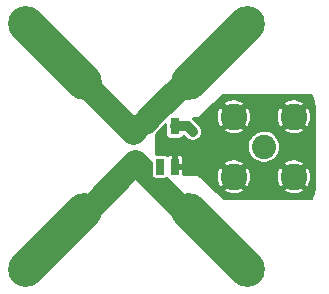
<source format=gbr>
G04 #@! TF.GenerationSoftware,KiCad,Pcbnew,(5.99.0-6591-gee6c8b60ac)*
G04 #@! TF.CreationDate,2020-11-10T06:43:54+01:00*
G04 #@! TF.ProjectId,QFHBAL01,51464842-414c-4303-912e-6b696361645f,rev?*
G04 #@! TF.SameCoordinates,Original*
G04 #@! TF.FileFunction,Copper,L2,Bot*
G04 #@! TF.FilePolarity,Positive*
%FSLAX46Y46*%
G04 Gerber Fmt 4.6, Leading zero omitted, Abs format (unit mm)*
G04 Created by KiCad (PCBNEW (5.99.0-6591-gee6c8b60ac)) date 2020-11-10 06:43:54*
%MOMM*%
%LPD*%
G01*
G04 APERTURE LIST*
G04 Aperture macros list*
%AMHorizOval*
0 Thick line with rounded ends*
0 $1 width*
0 $2 $3 position (X,Y) of the first rounded end (center of the circle)*
0 $4 $5 position (X,Y) of the second rounded end (center of the circle)*
0 Add line between two ends*
20,1,$1,$2,$3,$4,$5,0*
0 Add two circle primitives to create the rounded ends*
1,1,$1,$2,$3,0*
1,1,$1,$4,$5,0*%
G04 Aperture macros list end*
G04 #@! TA.AperFunction,ComponentPad*
%ADD10C,2.050000*%
G04 #@! TD*
G04 #@! TA.AperFunction,ComponentPad*
%ADD11C,2.250000*%
G04 #@! TD*
G04 #@! TA.AperFunction,ComponentPad*
%ADD12HorizOval,3.000000X-2.474874X2.474874X2.474874X-2.474874X0*%
G04 #@! TD*
G04 #@! TA.AperFunction,SMDPad,CuDef*
%ADD13R,0.760000X1.400000*%
G04 #@! TD*
G04 #@! TA.AperFunction,ComponentPad*
%ADD14HorizOval,3.000000X-2.474874X-2.474874X2.474874X2.474874X0*%
G04 #@! TD*
G04 #@! TA.AperFunction,ComponentPad*
%ADD15HorizOval,3.000000X2.474874X2.474874X-2.474874X-2.474874X0*%
G04 #@! TD*
G04 #@! TA.AperFunction,ViaPad*
%ADD16C,0.800000*%
G04 #@! TD*
G04 #@! TA.AperFunction,Conductor*
%ADD17C,2.100000*%
G04 #@! TD*
G04 #@! TA.AperFunction,Conductor*
%ADD18C,1.000000*%
G04 #@! TD*
G04 #@! TA.AperFunction,Conductor*
%ADD19C,0.861000*%
G04 #@! TD*
G04 APERTURE END LIST*
D10*
X160800000Y-89900000D03*
D11*
X163340000Y-87360000D03*
X163340000Y-92440000D03*
X158260000Y-87360000D03*
X158260000Y-92440000D03*
D12*
X143095837Y-81995837D03*
X156904163Y-97804163D03*
D13*
X150730000Y-88185000D03*
X153270000Y-88185000D03*
X153270000Y-91615000D03*
X152000000Y-91615000D03*
X150730000Y-91615000D03*
D14*
X143095837Y-97804163D03*
D15*
X156904163Y-81995837D03*
D16*
X156057600Y-92354400D03*
X156400000Y-91200000D03*
X160782000Y-87274400D03*
X155000000Y-91200000D03*
X163169600Y-89814400D03*
X160832800Y-92506800D03*
X155600400Y-87731600D03*
X151500000Y-87000000D03*
X149758400Y-88747600D03*
X160242000Y-79584800D03*
X141713200Y-81616800D03*
X142713200Y-82616800D03*
X143627600Y-81651600D03*
X142627600Y-80651600D03*
X148000000Y-87000000D03*
X157242000Y-82584800D03*
X155327600Y-82670400D03*
X141627600Y-79651600D03*
X140627600Y-78651600D03*
X139713200Y-79616800D03*
X158242000Y-81584800D03*
X159242000Y-80584800D03*
X144627600Y-82651600D03*
X159327600Y-78670400D03*
X156327600Y-81670400D03*
X158327600Y-79670400D03*
X157327600Y-80670400D03*
X156242000Y-83584800D03*
X143713200Y-83616800D03*
X140713200Y-80616800D03*
X143798800Y-96180400D03*
X157121600Y-97177600D03*
X140713200Y-101094800D03*
X159121600Y-99177600D03*
X141798800Y-98180400D03*
X158121600Y-98177600D03*
X142798800Y-97180400D03*
X140798800Y-99180400D03*
X148000000Y-93000000D03*
X156121600Y-96177600D03*
X157308800Y-99142800D03*
X141713200Y-100094800D03*
X156308800Y-98142800D03*
X149860000Y-92202000D03*
X155308800Y-97142800D03*
X158308800Y-100142800D03*
X160121600Y-100177600D03*
X142713200Y-99094800D03*
X144713200Y-97094800D03*
X139798800Y-100180400D03*
X151857500Y-93142500D03*
X159308800Y-101142800D03*
X143713200Y-98094800D03*
X154800000Y-88630006D03*
D17*
X151250000Y-87250000D02*
X150730000Y-87770000D01*
X149730000Y-88630000D02*
X150175000Y-88185000D01*
X145500000Y-84400000D02*
X149730000Y-88630000D01*
X154100000Y-84400000D02*
X151250000Y-87250000D01*
D18*
X151105300Y-93142500D02*
X151857500Y-93142500D01*
D17*
X145500000Y-95400000D02*
X145700000Y-95400000D01*
D18*
X150520400Y-91820400D02*
X150520400Y-92557600D01*
D17*
X145700000Y-95400000D02*
X149900000Y-91200000D01*
X152280001Y-93565001D02*
X154115000Y-95400000D01*
D18*
X149900000Y-91200000D02*
X150520400Y-91820400D01*
X150520400Y-92557600D02*
X151105300Y-93142500D01*
D19*
X154354994Y-88185000D02*
X154800000Y-88630006D01*
X153270000Y-88185000D02*
X154354994Y-88185000D01*
G04 #@! TA.AperFunction,Conductor*
G36*
X164883022Y-85420002D02*
G01*
X164936050Y-85491375D01*
X165107066Y-86089748D01*
X165108663Y-86095922D01*
X165233602Y-86634945D01*
X165236856Y-86663396D01*
X165236856Y-93343076D01*
X165233400Y-93372383D01*
X165102789Y-93918520D01*
X165081045Y-94009439D01*
X165079406Y-94015602D01*
X164993194Y-94309470D01*
X164954824Y-94369205D01*
X164872289Y-94400000D01*
X157448712Y-94400000D01*
X157363955Y-94367232D01*
X156760748Y-93818862D01*
X156488810Y-93571645D01*
X157486835Y-93571645D01*
X157497380Y-93584643D01*
X157618272Y-93661215D01*
X157627718Y-93666132D01*
X157833209Y-93751881D01*
X157843348Y-93755137D01*
X158060353Y-93805037D01*
X158070887Y-93806536D01*
X158293198Y-93819159D01*
X158303841Y-93818862D01*
X158525106Y-93793847D01*
X158535525Y-93791766D01*
X158749425Y-93729824D01*
X158759350Y-93726014D01*
X158959750Y-93628921D01*
X158968888Y-93623495D01*
X159024751Y-93583576D01*
X159033154Y-93572853D01*
X159032512Y-93571645D01*
X162566835Y-93571645D01*
X162577380Y-93584643D01*
X162698272Y-93661215D01*
X162707718Y-93666132D01*
X162913209Y-93751881D01*
X162923348Y-93755137D01*
X163140353Y-93805037D01*
X163150887Y-93806536D01*
X163373198Y-93819159D01*
X163383841Y-93818862D01*
X163605106Y-93793847D01*
X163615525Y-93791766D01*
X163829425Y-93729824D01*
X163839350Y-93726014D01*
X164039750Y-93628921D01*
X164048888Y-93623495D01*
X164104751Y-93583576D01*
X164113154Y-93572853D01*
X164106175Y-93559728D01*
X163352812Y-92806365D01*
X163338868Y-92798751D01*
X163337035Y-92798882D01*
X163330420Y-92803133D01*
X162572762Y-93560791D01*
X162566835Y-93571645D01*
X159032512Y-93571645D01*
X159026175Y-93559728D01*
X158272812Y-92806365D01*
X158258868Y-92798751D01*
X158257035Y-92798882D01*
X158250420Y-92803133D01*
X157492762Y-93560791D01*
X157486835Y-93571645D01*
X156488810Y-93571645D01*
X155351941Y-92538128D01*
X156883936Y-92538128D01*
X156884734Y-92548743D01*
X156920143Y-92768583D01*
X156922717Y-92778905D01*
X156994662Y-92989639D01*
X156998936Y-92999375D01*
X157105359Y-93194974D01*
X157111215Y-93203855D01*
X157113831Y-93207174D01*
X157125755Y-93215645D01*
X157137288Y-93209159D01*
X157893635Y-92452812D01*
X157900012Y-92441132D01*
X158618751Y-92441132D01*
X158618882Y-92442965D01*
X158623133Y-92449580D01*
X159380114Y-93206561D01*
X159391906Y-93213000D01*
X159403900Y-93203730D01*
X159449635Y-93138536D01*
X159454984Y-93129345D01*
X159550321Y-92928112D01*
X159554049Y-92918143D01*
X159614117Y-92703722D01*
X159616109Y-92693280D01*
X159632279Y-92538128D01*
X161963936Y-92538128D01*
X161964734Y-92548743D01*
X162000143Y-92768583D01*
X162002717Y-92778905D01*
X162074662Y-92989639D01*
X162078936Y-92999375D01*
X162185359Y-93194974D01*
X162191215Y-93203855D01*
X162193831Y-93207174D01*
X162205755Y-93215645D01*
X162217288Y-93209159D01*
X162973635Y-92452812D01*
X162980012Y-92441132D01*
X163698751Y-92441132D01*
X163698882Y-92442965D01*
X163703133Y-92449580D01*
X164460114Y-93206561D01*
X164471906Y-93213000D01*
X164483900Y-93203730D01*
X164529635Y-93138536D01*
X164534984Y-93129345D01*
X164630321Y-92928112D01*
X164634049Y-92918143D01*
X164694117Y-92703722D01*
X164696109Y-92693280D01*
X164719439Y-92469440D01*
X164719774Y-92463527D01*
X164719972Y-92442963D01*
X164719750Y-92437052D01*
X164700722Y-92212805D01*
X164698930Y-92202317D01*
X164642987Y-91986781D01*
X164639455Y-91976753D01*
X164548001Y-91773730D01*
X164542821Y-91764424D01*
X164483052Y-91675646D01*
X164473045Y-91667342D01*
X164458984Y-91674569D01*
X163706365Y-92427188D01*
X163698751Y-92441132D01*
X162980012Y-92441132D01*
X162981249Y-92438868D01*
X162981118Y-92437035D01*
X162976867Y-92430420D01*
X162216464Y-91670017D01*
X162203281Y-91662818D01*
X162198032Y-91666569D01*
X162089910Y-91856513D01*
X162085445Y-91866177D01*
X162009469Y-92075488D01*
X162006698Y-92085756D01*
X161967074Y-92304877D01*
X161966073Y-92315471D01*
X161963936Y-92538128D01*
X159632279Y-92538128D01*
X159639439Y-92469440D01*
X159639774Y-92463527D01*
X159639972Y-92442963D01*
X159639750Y-92437052D01*
X159620722Y-92212805D01*
X159618930Y-92202317D01*
X159562987Y-91986781D01*
X159559455Y-91976753D01*
X159468001Y-91773730D01*
X159462821Y-91764424D01*
X159403052Y-91675646D01*
X159393045Y-91667342D01*
X159378984Y-91674569D01*
X158626365Y-92427188D01*
X158618751Y-92441132D01*
X157900012Y-92441132D01*
X157901249Y-92438868D01*
X157901118Y-92437035D01*
X157896867Y-92430420D01*
X157136464Y-91670017D01*
X157123281Y-91662818D01*
X157118032Y-91666569D01*
X157009910Y-91856513D01*
X157005445Y-91866177D01*
X156929469Y-92075488D01*
X156926698Y-92085756D01*
X156887074Y-92304877D01*
X156886073Y-92315471D01*
X156883936Y-92538128D01*
X155351941Y-92538128D01*
X155200000Y-92400000D01*
X154031000Y-92400000D01*
X153962879Y-92379998D01*
X153916386Y-92326342D01*
X153905000Y-92274000D01*
X153905000Y-91883115D01*
X153900525Y-91867876D01*
X153899135Y-91866671D01*
X153891452Y-91865000D01*
X153519999Y-91865000D01*
X153146000Y-91864999D01*
X153077879Y-91844997D01*
X153031386Y-91791341D01*
X153020000Y-91738999D01*
X153020000Y-91346886D01*
X153519999Y-91346886D01*
X153524474Y-91362125D01*
X153525864Y-91363330D01*
X153533547Y-91365001D01*
X153886885Y-91365001D01*
X153902124Y-91360526D01*
X153903329Y-91359136D01*
X153905000Y-91351453D01*
X153905000Y-91304881D01*
X157486489Y-91304881D01*
X157494062Y-91320509D01*
X158247188Y-92073635D01*
X158261132Y-92081249D01*
X158262965Y-92081118D01*
X158269580Y-92076867D01*
X159027196Y-91319251D01*
X159033926Y-91306926D01*
X159032391Y-91304881D01*
X162566489Y-91304881D01*
X162574062Y-91320509D01*
X163327188Y-92073635D01*
X163341132Y-92081249D01*
X163342965Y-92081118D01*
X163349580Y-92076867D01*
X164107196Y-91319251D01*
X164113926Y-91306926D01*
X164105398Y-91295569D01*
X164071481Y-91270334D01*
X164062444Y-91264730D01*
X163863945Y-91163808D01*
X163854094Y-91159808D01*
X163641428Y-91093774D01*
X163631047Y-91091491D01*
X163410291Y-91062232D01*
X163399676Y-91061732D01*
X163177151Y-91070086D01*
X163166602Y-91071381D01*
X162948661Y-91117110D01*
X162938480Y-91120164D01*
X162731364Y-91201959D01*
X162721842Y-91206686D01*
X162574520Y-91296082D01*
X162566489Y-91304881D01*
X159032391Y-91304881D01*
X159025398Y-91295569D01*
X158991481Y-91270334D01*
X158982444Y-91264730D01*
X158783945Y-91163808D01*
X158774094Y-91159808D01*
X158561428Y-91093774D01*
X158551047Y-91091491D01*
X158330291Y-91062232D01*
X158319676Y-91061732D01*
X158097151Y-91070086D01*
X158086602Y-91071381D01*
X157868661Y-91117110D01*
X157858480Y-91120164D01*
X157651364Y-91201959D01*
X157641842Y-91206686D01*
X157494520Y-91296082D01*
X157486489Y-91304881D01*
X153905000Y-91304881D01*
X153905000Y-90921187D01*
X153903793Y-90908933D01*
X153888010Y-90829585D01*
X153878696Y-90807099D01*
X153837205Y-90745004D01*
X153819996Y-90727795D01*
X153757901Y-90686304D01*
X153735415Y-90676990D01*
X153656067Y-90661207D01*
X153643813Y-90660000D01*
X153538115Y-90660000D01*
X153522876Y-90664475D01*
X153521671Y-90665865D01*
X153520000Y-90673548D01*
X153519999Y-91346886D01*
X153020000Y-91346886D01*
X153020001Y-90678115D01*
X153015526Y-90662876D01*
X153014136Y-90661671D01*
X153006453Y-90660000D01*
X152896187Y-90660000D01*
X152883933Y-90661207D01*
X152804585Y-90676990D01*
X152782099Y-90686304D01*
X152709688Y-90734688D01*
X152708162Y-90732404D01*
X152661783Y-90757730D01*
X152590968Y-90752665D01*
X152561118Y-90733481D01*
X152560312Y-90734688D01*
X152487901Y-90686304D01*
X152487899Y-90686303D01*
X152477584Y-90679411D01*
X152465417Y-90676991D01*
X152465415Y-90676990D01*
X152394458Y-90662876D01*
X152380000Y-90660000D01*
X151726000Y-90660000D01*
X151657879Y-90639998D01*
X151611386Y-90586342D01*
X151600000Y-90534000D01*
X151600000Y-89980372D01*
X159522526Y-89980372D01*
X159556948Y-90205323D01*
X159630662Y-90420623D01*
X159741337Y-90619467D01*
X159774513Y-90660000D01*
X159881922Y-90791229D01*
X159881927Y-90791234D01*
X159885475Y-90795569D01*
X160058520Y-90943364D01*
X160063365Y-90946195D01*
X160250156Y-91055347D01*
X160250159Y-91055348D01*
X160255003Y-91058179D01*
X160260273Y-91060108D01*
X160260274Y-91060108D01*
X160463448Y-91134459D01*
X160463451Y-91134460D01*
X160468712Y-91136385D01*
X160474228Y-91137348D01*
X160474233Y-91137349D01*
X160625837Y-91163808D01*
X160692892Y-91175511D01*
X160698498Y-91175482D01*
X160698502Y-91175482D01*
X160803117Y-91174934D01*
X160920459Y-91174319D01*
X160977172Y-91163808D01*
X161032338Y-91153583D01*
X161144217Y-91132848D01*
X161177785Y-91120164D01*
X161331097Y-91062232D01*
X161357096Y-91052408D01*
X161552365Y-90935542D01*
X161723853Y-90785943D01*
X161803679Y-90686304D01*
X161862633Y-90612718D01*
X161862636Y-90612713D01*
X161866139Y-90608341D01*
X161906503Y-90534000D01*
X161972052Y-90413275D01*
X161972054Y-90413270D01*
X161974726Y-90408349D01*
X162046181Y-90192289D01*
X162075552Y-89985918D01*
X162077735Y-89970581D01*
X162077735Y-89970580D01*
X162078246Y-89966990D01*
X162080000Y-89900000D01*
X162059770Y-89673332D01*
X161999721Y-89453828D01*
X161932678Y-89313268D01*
X161904167Y-89253494D01*
X161904166Y-89253493D01*
X161901750Y-89248427D01*
X161846870Y-89172053D01*
X161772231Y-89068182D01*
X161772229Y-89068180D01*
X161768954Y-89063622D01*
X161654991Y-88953184D01*
X161609563Y-88909161D01*
X161609561Y-88909160D01*
X161605530Y-88905253D01*
X161547116Y-88866000D01*
X161421305Y-88781458D01*
X161421302Y-88781456D01*
X161416645Y-88778327D01*
X161208268Y-88686856D01*
X161202817Y-88685547D01*
X161202813Y-88685546D01*
X160992443Y-88635041D01*
X160992442Y-88635041D01*
X160986986Y-88633731D01*
X160901695Y-88628813D01*
X160765401Y-88620955D01*
X160765398Y-88620955D01*
X160759794Y-88620632D01*
X160533873Y-88647971D01*
X160316364Y-88714886D01*
X160311384Y-88717456D01*
X160311380Y-88717458D01*
X160187382Y-88781458D01*
X160114142Y-88819260D01*
X159933599Y-88957796D01*
X159929828Y-88961941D01*
X159929824Y-88961944D01*
X159795992Y-89109024D01*
X159780442Y-89126113D01*
X159777459Y-89130869D01*
X159777457Y-89130871D01*
X159769778Y-89143113D01*
X159659512Y-89318892D01*
X159574631Y-89530039D01*
X159573494Y-89535530D01*
X159573493Y-89535533D01*
X159543798Y-89678928D01*
X159528483Y-89752880D01*
X159522526Y-89980372D01*
X151600000Y-89980372D01*
X151600000Y-88791373D01*
X151636905Y-88702278D01*
X152384201Y-87954982D01*
X152446513Y-87920956D01*
X152517328Y-87926021D01*
X152574164Y-87968568D01*
X152598975Y-88035088D01*
X152595499Y-88074774D01*
X152591261Y-88091647D01*
X152589409Y-88099021D01*
X152589369Y-88106619D01*
X152589369Y-88106621D01*
X152589251Y-88129159D01*
X152588546Y-88263847D01*
X152590320Y-88271234D01*
X152590320Y-88271238D01*
X152594286Y-88287757D01*
X152627025Y-88424120D01*
X152627805Y-88425632D01*
X152635000Y-88465616D01*
X152635000Y-88885000D01*
X152636207Y-88891067D01*
X152651990Y-88970412D01*
X152654411Y-88982584D01*
X152661303Y-88992899D01*
X152661304Y-88992901D01*
X152686772Y-89031016D01*
X152709688Y-89065312D01*
X152720004Y-89072205D01*
X152782099Y-89113696D01*
X152782101Y-89113697D01*
X152792416Y-89120589D01*
X152804583Y-89123009D01*
X152804585Y-89123010D01*
X152844106Y-89130871D01*
X152890000Y-89140000D01*
X153650000Y-89140000D01*
X153695894Y-89130871D01*
X153735415Y-89123010D01*
X153735417Y-89123009D01*
X153747584Y-89120589D01*
X153757899Y-89113697D01*
X153757901Y-89113696D01*
X153819996Y-89072205D01*
X153830312Y-89065312D01*
X153853228Y-89031016D01*
X153878696Y-88992901D01*
X153878697Y-88992899D01*
X153885589Y-88982584D01*
X153888010Y-88970415D01*
X153888011Y-88970412D01*
X153888607Y-88967416D01*
X153891706Y-88961493D01*
X153892760Y-88958947D01*
X153892988Y-88959041D01*
X153921515Y-88904507D01*
X154012185Y-88866000D01*
X154020725Y-88866000D01*
X154109820Y-88902905D01*
X154347677Y-89140762D01*
X154444633Y-89216786D01*
X154451550Y-89219909D01*
X154451553Y-89219911D01*
X154537974Y-89258931D01*
X154594858Y-89284615D01*
X154602326Y-89285999D01*
X154602329Y-89286000D01*
X154705732Y-89305164D01*
X154756926Y-89314652D01*
X154764506Y-89314215D01*
X154764507Y-89314215D01*
X154797598Y-89312307D01*
X154921479Y-89305164D01*
X155079021Y-89256698D01*
X155220454Y-89172053D01*
X155225847Y-89166716D01*
X155225851Y-89166713D01*
X155280091Y-89113037D01*
X155337614Y-89056113D01*
X155395320Y-88961944D01*
X155419764Y-88922055D01*
X155419765Y-88922052D01*
X155423735Y-88915574D01*
X155435467Y-88878813D01*
X155471540Y-88765785D01*
X155471541Y-88765782D01*
X155473849Y-88758549D01*
X155475795Y-88730004D01*
X155484544Y-88601680D01*
X155484544Y-88601676D01*
X155485060Y-88594104D01*
X155482811Y-88581215D01*
X155467179Y-88491645D01*
X157486835Y-88491645D01*
X157497380Y-88504643D01*
X157618272Y-88581215D01*
X157627718Y-88586132D01*
X157833209Y-88671881D01*
X157843348Y-88675137D01*
X158060353Y-88725037D01*
X158070887Y-88726536D01*
X158293198Y-88739159D01*
X158303841Y-88738862D01*
X158525106Y-88713847D01*
X158535525Y-88711766D01*
X158749425Y-88649824D01*
X158759350Y-88646014D01*
X158959750Y-88548921D01*
X158968888Y-88543495D01*
X159024751Y-88503576D01*
X159033154Y-88492853D01*
X159032512Y-88491645D01*
X162566835Y-88491645D01*
X162577380Y-88504643D01*
X162698272Y-88581215D01*
X162707718Y-88586132D01*
X162913209Y-88671881D01*
X162923348Y-88675137D01*
X163140353Y-88725037D01*
X163150887Y-88726536D01*
X163373198Y-88739159D01*
X163383841Y-88738862D01*
X163605106Y-88713847D01*
X163615525Y-88711766D01*
X163829425Y-88649824D01*
X163839350Y-88646014D01*
X164039750Y-88548921D01*
X164048888Y-88543495D01*
X164104751Y-88503576D01*
X164113154Y-88492853D01*
X164106175Y-88479728D01*
X163352812Y-87726365D01*
X163338868Y-87718751D01*
X163337035Y-87718882D01*
X163330420Y-87723133D01*
X162572762Y-88480791D01*
X162566835Y-88491645D01*
X159032512Y-88491645D01*
X159026175Y-88479728D01*
X158272812Y-87726365D01*
X158258868Y-87718751D01*
X158257035Y-87718882D01*
X158250420Y-87723133D01*
X157492762Y-88480791D01*
X157486835Y-88491645D01*
X155467179Y-88491645D01*
X155458026Y-88439207D01*
X155456721Y-88431730D01*
X155453381Y-88424120D01*
X155429111Y-88368833D01*
X155390469Y-88280803D01*
X155383130Y-88271238D01*
X155368130Y-88251691D01*
X155313271Y-88180199D01*
X154856304Y-87723232D01*
X154850450Y-87716966D01*
X154819012Y-87680928D01*
X154814018Y-87675203D01*
X154763843Y-87639939D01*
X154758568Y-87636021D01*
X154744706Y-87625151D01*
X154703443Y-87567376D01*
X154699967Y-87496465D01*
X154722029Y-87458128D01*
X156883936Y-87458128D01*
X156884734Y-87468743D01*
X156920143Y-87688583D01*
X156922717Y-87698905D01*
X156994662Y-87909639D01*
X156998936Y-87919375D01*
X157105359Y-88114974D01*
X157111215Y-88123855D01*
X157113831Y-88127174D01*
X157125755Y-88135645D01*
X157137288Y-88129159D01*
X157893635Y-87372812D01*
X157900012Y-87361132D01*
X158618751Y-87361132D01*
X158618882Y-87362965D01*
X158623133Y-87369580D01*
X159380114Y-88126561D01*
X159391906Y-88133000D01*
X159403900Y-88123730D01*
X159449635Y-88058536D01*
X159454984Y-88049345D01*
X159550321Y-87848112D01*
X159554049Y-87838143D01*
X159614117Y-87623722D01*
X159616109Y-87613280D01*
X159632279Y-87458128D01*
X161963936Y-87458128D01*
X161964734Y-87468743D01*
X162000143Y-87688583D01*
X162002717Y-87698905D01*
X162074662Y-87909639D01*
X162078936Y-87919375D01*
X162185359Y-88114974D01*
X162191215Y-88123855D01*
X162193831Y-88127174D01*
X162205755Y-88135645D01*
X162217288Y-88129159D01*
X162973635Y-87372812D01*
X162980012Y-87361132D01*
X163698751Y-87361132D01*
X163698882Y-87362965D01*
X163703133Y-87369580D01*
X164460114Y-88126561D01*
X164471906Y-88133000D01*
X164483900Y-88123730D01*
X164529635Y-88058536D01*
X164534984Y-88049345D01*
X164630321Y-87848112D01*
X164634049Y-87838143D01*
X164694117Y-87623722D01*
X164696109Y-87613280D01*
X164719439Y-87389440D01*
X164719774Y-87383527D01*
X164719972Y-87362963D01*
X164719750Y-87357052D01*
X164700722Y-87132805D01*
X164698930Y-87122317D01*
X164642987Y-86906781D01*
X164639455Y-86896753D01*
X164548001Y-86693730D01*
X164542821Y-86684424D01*
X164483052Y-86595646D01*
X164473045Y-86587342D01*
X164458984Y-86594569D01*
X163706365Y-87347188D01*
X163698751Y-87361132D01*
X162980012Y-87361132D01*
X162981249Y-87358868D01*
X162981118Y-87357035D01*
X162976867Y-87350420D01*
X162216464Y-86590017D01*
X162203281Y-86582818D01*
X162198032Y-86586569D01*
X162089910Y-86776513D01*
X162085445Y-86786177D01*
X162009469Y-86995488D01*
X162006698Y-87005756D01*
X161967074Y-87224877D01*
X161966073Y-87235471D01*
X161963936Y-87458128D01*
X159632279Y-87458128D01*
X159639439Y-87389440D01*
X159639774Y-87383527D01*
X159639972Y-87362963D01*
X159639750Y-87357052D01*
X159620722Y-87132805D01*
X159618930Y-87122317D01*
X159562987Y-86906781D01*
X159559455Y-86896753D01*
X159468001Y-86693730D01*
X159462821Y-86684424D01*
X159403052Y-86595646D01*
X159393045Y-86587342D01*
X159378984Y-86594569D01*
X158626365Y-87347188D01*
X158618751Y-87361132D01*
X157900012Y-87361132D01*
X157901249Y-87358868D01*
X157901118Y-87357035D01*
X157896867Y-87350420D01*
X157136464Y-86590017D01*
X157123281Y-86582818D01*
X157118032Y-86586569D01*
X157009910Y-86776513D01*
X157005445Y-86786177D01*
X156929469Y-86995488D01*
X156926698Y-87005756D01*
X156887074Y-87224877D01*
X156886073Y-87235471D01*
X156883936Y-87458128D01*
X154722029Y-87458128D01*
X154735379Y-87434931D01*
X154822456Y-87400000D01*
X155200000Y-87400000D01*
X156492630Y-86224881D01*
X157486489Y-86224881D01*
X157494062Y-86240509D01*
X158247188Y-86993635D01*
X158261132Y-87001249D01*
X158262965Y-87001118D01*
X158269580Y-86996867D01*
X159027196Y-86239251D01*
X159033926Y-86226926D01*
X159032391Y-86224881D01*
X162566489Y-86224881D01*
X162574062Y-86240509D01*
X163327188Y-86993635D01*
X163341132Y-87001249D01*
X163342965Y-87001118D01*
X163349580Y-86996867D01*
X164107196Y-86239251D01*
X164113926Y-86226926D01*
X164105398Y-86215569D01*
X164071481Y-86190334D01*
X164062444Y-86184730D01*
X163863945Y-86083808D01*
X163854094Y-86079808D01*
X163641428Y-86013774D01*
X163631047Y-86011491D01*
X163410291Y-85982232D01*
X163399676Y-85981732D01*
X163177151Y-85990086D01*
X163166602Y-85991381D01*
X162948661Y-86037110D01*
X162938480Y-86040164D01*
X162731364Y-86121959D01*
X162721842Y-86126686D01*
X162574520Y-86216082D01*
X162566489Y-86224881D01*
X159032391Y-86224881D01*
X159025398Y-86215569D01*
X158991481Y-86190334D01*
X158982444Y-86184730D01*
X158783945Y-86083808D01*
X158774094Y-86079808D01*
X158561428Y-86013774D01*
X158551047Y-86011491D01*
X158330291Y-85982232D01*
X158319676Y-85981732D01*
X158097151Y-85990086D01*
X158086602Y-85991381D01*
X157868661Y-86037110D01*
X157858480Y-86040164D01*
X157651364Y-86121959D01*
X157641842Y-86126686D01*
X157494520Y-86216082D01*
X157486489Y-86224881D01*
X156492630Y-86224881D01*
X157363955Y-85432768D01*
X157448712Y-85400000D01*
X164814901Y-85400000D01*
X164883022Y-85420002D01*
G37*
G04 #@! TD.AperFunction*
G04 #@! TA.AperFunction,Conductor*
G36*
X150544032Y-90360134D02*
G01*
X150589095Y-90389095D01*
X151378095Y-91178095D01*
X151415000Y-91267190D01*
X151415000Y-92315000D01*
X151430605Y-92393450D01*
X151437499Y-92403767D01*
X151437499Y-92403768D01*
X151468150Y-92449641D01*
X151475043Y-92459957D01*
X151485359Y-92466850D01*
X151503548Y-92479003D01*
X151541550Y-92504395D01*
X151620000Y-92520000D01*
X152380000Y-92520000D01*
X152458450Y-92504395D01*
X152468766Y-92497502D01*
X152468771Y-92497500D01*
X152519908Y-92463332D01*
X152587661Y-92442118D01*
X152679003Y-92479003D01*
X153010905Y-92810905D01*
X153044931Y-92873217D01*
X153039866Y-92944032D01*
X153010905Y-92989095D01*
X151689095Y-94310905D01*
X151626783Y-94344931D01*
X151555968Y-94339866D01*
X151510905Y-94310905D01*
X149089095Y-91889095D01*
X149055069Y-91826783D01*
X149060134Y-91755968D01*
X149089095Y-91710905D01*
X150410905Y-90389095D01*
X150473217Y-90355069D01*
X150544032Y-90360134D01*
G37*
G04 #@! TD.AperFunction*
M02*

</source>
